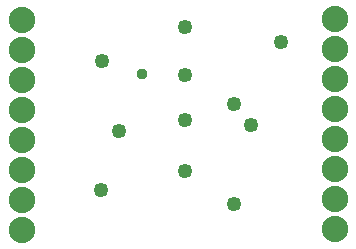
<source format=gbs>
G04 MADE WITH FRITZING*
G04 WWW.FRITZING.ORG*
G04 DOUBLE SIDED*
G04 HOLES PLATED*
G04 CONTOUR ON CENTER OF CONTOUR VECTOR*
%ASAXBY*%
%FSLAX23Y23*%
%MOIN*%
%OFA0B0*%
%SFA1.0B1.0*%
%ADD10C,0.049370*%
%ADD11C,0.037559*%
%ADD12C,0.088000*%
%LNMASK0*%
G90*
G70*
G54D10*
X330Y628D03*
X326Y199D03*
X929Y691D03*
X606Y742D03*
G54D11*
X464Y585D03*
G54D10*
X606Y262D03*
X389Y396D03*
X826Y416D03*
X606Y431D03*
X606Y581D03*
X771Y152D03*
X772Y486D03*
G54D12*
X1106Y69D03*
X1106Y169D03*
X1106Y269D03*
X1106Y369D03*
X1106Y469D03*
X1106Y569D03*
X1106Y669D03*
X1106Y769D03*
X63Y766D03*
X63Y666D03*
X63Y566D03*
X63Y466D03*
X63Y366D03*
X63Y266D03*
X63Y166D03*
X63Y66D03*
G04 End of Mask0*
M02*
</source>
